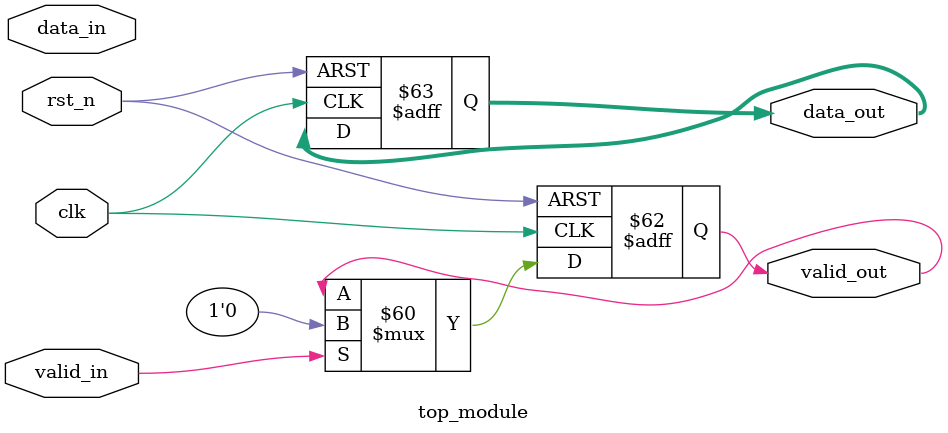
<source format=v>
module top_module(
    input               clk         ,
    input               rst_n       ,
    input       [7:0]   data_in     ,
    input               valid_in     ,
    output  reg         valid_out     ,
    output  reg [9:0]   data_out
);

reg [7:0] data_reg [3:0];
reg [1:0] count;

always @(posedge clk or negedge rst_n) begin
    if (~rst_n) begin
        count <= 2'b0;
        valid_out <= 1'b0;
        data_out <= 10'b0;
    end else begin
        if (valid_in) begin
            data_reg[count] <= data_in;
            count <= count + 1;
            if (count == 4) begin
                data_out <= data_reg[0] + data_reg[1] + data_reg[2] + data_reg[3];
                valid_out <= 1'b1;
            end else begin
                valid_out <= 1'b0;
            end
        end
    end
end

endmodule
</source>
